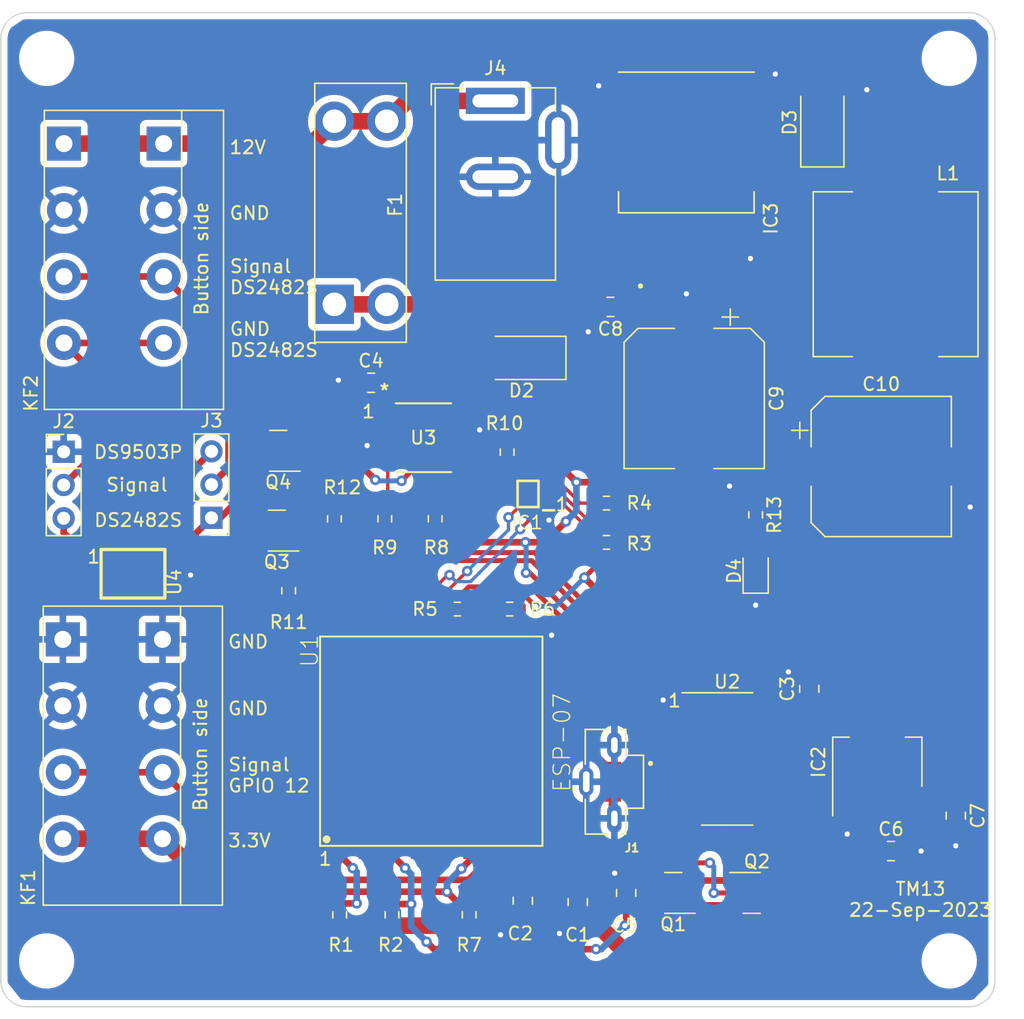
<source format=kicad_pcb>
(kicad_pcb (version 20211014) (generator pcbnew)
  (layers (0 "F.Cu" signal) (31 "B.Cu" signal) (34 "B.Paste" user) (35 "F.Paste" user) (36 "B.SilkS" user "B.Silkscreen") (37 "F.SilkS" user "F.Silkscreen") (38 "B.Mask" user) (39 "F.Mask" user) (44 "Edge.Cuts" user))
  (net 0 "")
  (net 1 "+5V")
  (net 2 "GND")
  (net 3 "+3.3V")
  (net 4 "+12V")
  (net 5 "EN")
  (net 6 "Net-(D2-Pad2)")
  (net 7 "Net-(D3-Pad1)")
  (net 8 "SCL")
  (net 9 "SDA")
  (net 10 "Net-(IC1-Pad5)")
  (net 11 "Net-(IC1-Pad6)")
  (net 12 "Net-(IC1-Pad7)")
  (net 14 "Net-(J1-Pad2)")
  (net 15 "Net-(J1-Pad3)")
  (net 17 "Net-(D4-Pad2)")
  (net 18 "Net-(Q1-Pad1)")
  (net 19 "Net-(Q1-Pad2)")
  (net 20 "IO0")
  (net 21 "Net-(Q3-Pad1)")
  (net 22 "Net-(Q3-Pad2)")
  (net 23 "Net-(Q4-Pad1)")
  (net 24 "Net-(F1-Pad2)")
  (net 25 "Net-(J2-Pad2)")
  (net 26 "GPIO13")
  (net 30 "Net-(J2-Pad3)")
  (net 31 "Net-(R1-Pad1)")
  (net 33 "Net-(R6-Pad2)")
  (net 36 "Net-(J3-Pad1)")
  (net 37 "Net-(J3-Pad2)")
  (net 38 "RX_ESP")
  (net 39 "TX_ESP")
  (net 47 "Net-(Q3-Pad3)")
  (net 48 "Net-(J3-Pad3)")
  (net 49 "Net-(R7-Pad2)")
  (footprint "MyFootprints:MOLEX_105133-0011" (layer "F.Cu") (at 66.9 78.8 -90)
    (fp_text reference "J1")
    (fp_text value "~")
  )
  (footprint "Package_TO_SOT_SMD:SOT-23" (layer "F.Cu") (at 41.1 59.6 180)
    (fp_text reference "Q3")
    (fp_text value "BC847")
  )
  (footprint "Package_TO_SOT_SMD:SOT-223" (layer "F.Cu") (at 87 77.3 90)
    (fp_text reference "IC2")
    (fp_text value "AZ1117")
  )
  (footprint "Resistor_SMD:R_0603_1608Metric" (layer "F.Cu") (at 77.7 58.4 -90)
    (fp_text reference "R13")
    (fp_text value "1K")
  )
  (footprint "Resistor_SMD:R_0603_1608Metric" (layer "F.Cu") (at 42 64.2 90)
    (fp_text reference "R11")
    (fp_text value "1K")
  )
  (footprint "MyFootprints:PCA9306DCUR" (layer "F.Cu") (at 60.3 56.8 180)
    (fp_text reference "IC1")
    (fp_text value "PCA9306DCUR" hide)
  )
  (footprint "Resistor_SMD:R_0603_1608Metric" (layer "F.Cu") (at 53.2 58.7 90)
    (fp_text reference "R8")
    (fp_text value "200K")
  )
  (footprint "Connector_PinHeader_2.54mm:PinHeader_1x03_P2.54mm_Vertical" (layer "F.Cu") (at 24.8 53.575)
    (fp_text reference "J2")
    (fp_text value "Conn_01x03_Male")
  )
  (footprint "MountingHole:MountingHole_3.2mm_M3" (layer "F.Cu") (at 23.5 92.5)
    (fp_text reference "")
    (fp_text value "")
  )
  (footprint "Capacitor_SMD:C_0805_2012Metric" (layer "F.Cu") (at 64.1 88 -90)
    (fp_text reference "C1")
    (fp_text value "10uF")
  )
  (footprint "MyFootprints:KF142V-5.08-4P" (layer "F.Cu") (at 23.32119 50.335 90)
    (fp_text reference "KF2")
    (fp_text value "KF142V-5.0-4P")
  )
  (footprint "Capacitor_SMD:CP_Elec_10x10.5" (layer "F.Cu") (at 73 49.5 -90)
    (fp_text reference "C9")
    (fp_text value "470uF")
  )
  (footprint "MountingHole:MountingHole_3.2mm_M3" (layer "F.Cu") (at 92.5 23.5)
    (fp_text reference "")
    (fp_text value "")
  )
  (footprint "Resistor_SMD:R_0603_1608Metric" (layer "F.Cu") (at 45.5 58.7 90)
    (fp_text reference "R12")
    (fp_text value "2.2K")
  )
  (footprint "Resistor_SMD:R_0603_1608Metric" (layer "F.Cu") (at 66.3 57.5 180)
    (fp_text reference "R4")
    (fp_text value "217")
  )
  (footprint "Package_TO_SOT_SMD:SOT-23" (layer "F.Cu") (at 41.2 53.5 180)
    (fp_text reference "Q4")
    (fp_text value "BSS841")
  )
  (footprint "DS9503P:TSO6C" (layer "F.Cu") (at 30.1 62.9 -90)
    (fp_text reference "U4")
    (fp_text value "DS9503P")
  )
  (footprint "LED_SMD:LED_0805_2012Metric" (layer "F.Cu") (at 77.7 62.7 90)
    (fp_text reference "D4")
    (fp_text value "LED")
  )
  (footprint "Resistor_SMD:R_0603_1608Metric" (layer "F.Cu") (at 66.3 60.5 180)
    (fp_text reference "R3")
    (fp_text value "217")
  )
  (footprint "Resistor_SMD:R_0603_1608Metric" (layer "F.Cu") (at 58.7 53.6 -90)
    (fp_text reference "R10")
    (fp_text value "341")
  )
  (footprint "Package_TO_SOT_SMD:SOT-23" (layer "F.Cu") (at 77.4 87.3)
    (fp_text reference "Q2")
    (fp_text value "BSS138")
  )
  (footprint "Capacitor_SMD:C_0805_2012Metric" (layer "F.Cu") (at 81.8 71.7 90)
    (fp_text reference "C3")
    (fp_text value "0.1uF")
  )
  (footprint "Capacitor_SMD:CP_Elec_10x10.5" (layer "F.Cu") (at 87.3 54.7)
    (fp_text reference "C10")
    (fp_text value "330uF")
  )
  (footprint "Package_SO:SOIC-16_3.9x9.9mm_P1.27mm" (layer "F.Cu") (at 75.525 77.055)
    (fp_text reference "U2")
    (fp_text value "CH340C")
  )
  (footprint "MountingHole:MountingHole_3.2mm_M3" (layer "F.Cu") (at 92.5 92.5)
    (fp_text reference "")
    (fp_text value "")
  )
  (footprint "Connector_PinHeader_2.54mm:PinHeader_1x03_P2.54mm_Vertical" (layer "F.Cu") (at 36.1 58.625 180)
    (fp_text reference "J3")
    (fp_text value "Conn_01x03_Male")
  )
  (footprint "MyFootprints:KF142V-5.08-4P" (layer "F.Cu") (at 23.235476 88.235 90)
    (fp_text reference "KF1")
    (fp_text value "KF142V-5.0-4P")
  )
  (footprint "Resistor_SMD:R_0603_1608Metric" (layer "F.Cu") (at 55.8 88.975 90)
    (fp_text reference "R7")
    (fp_text value "2.2K")
  )
  (footprint "Capacitor_SMD:C_0805_2012Metric" (layer "F.Cu") (at 88.05 84.1)
    (fp_text reference "C6")
    (fp_text value "22uF")
  )
  (footprint "Resistor_SMD:R_0603_1608Metric" (layer "F.Cu") (at 58.9 65.6 180)
    (fp_text reference "R6")
    (fp_text value "10K")
  )
  (footprint "MyFootprints:BarrelJack_Wuerth_6941xx301002" (layer "F.Cu") (at 57.8 26.75)
    (fp_text reference "J4")
    (fp_text value "Barrel_Jack_Switch")
  )
  (footprint "MyFootprints:Fuse_Holder_C2935469" (layer "F.Cu") (at 43.995 45.205 90)
    (fp_text reference "F1")
    (fp_text value "C2935469")
  )
  (footprint "Capacitor_SMD:C_0805_2012Metric" (layer "F.Cu") (at 93 81.4 -90)
    (fp_text reference "C7")
    (fp_text value "10uF")
  )
  (footprint "MyFootprints:TMPA1265SP-101MN-D" (layer "F.Cu") (at 88.4 40 -90)
    (fp_text reference "L1")
    (fp_text value "SMDRI127-330MT")
  )
  (footprint "Capacitor_SMD:C_0805_2012Metric" (layer "F.Cu") (at 59.9 87.9 -90)
    (fp_text reference "C2")
    (fp_text value "0.1uF")
  )
  (footprint "MyFootprints:ESP-07S" (layer "F.Cu") (at 52.9 75.7 90)
    (fp_text reference "U1")
    (fp_text value "ESP-07")
  )
  (footprint "MyFootprints:SMA(DO-214AC)" (layer "F.Cu") (at 82.8 28.4 90)
    (fp_text reference "D3")
    (fp_text value "SS36")
  )
  (footprint "Capacitor_SMD:C_0805_2012Metric" (layer "F.Cu") (at 48.3 48.3)
    (fp_text reference "C4")
    (fp_text value "0.1uF")
  )
  (footprint "MyFootprints:21-0041B_8_MXM" (layer "F.Cu") (at 52.3 52.5)
    (fp_text reference "U3")
    (fp_text value "DS2482S-100+T&R")
  )
  (footprint "Package_TO_SOT_SMD:SOT-23" (layer "F.Cu") (at 71.4 87.3 180)
    (fp_text reference "Q1")
    (fp_text value "BSS138")
  )
  (footprint "Resistor_SMD:R_0603_1608Metric" (layer "F.Cu") (at 54.9 65.6 180)
    (fp_text reference "R5")
    (fp_text value "10K")
  )
  (footprint "Resistor_SMD:R_0603_1608Metric" (layer "F.Cu") (at 49.35 58.7 90)
    (fp_text reference "R9")
    (fp_text value "341")
  )
  (footprint "MyFootprints:TO263-5L" (layer "F.Cu") (at 72.4 32.6 90)
    (fp_text reference "IC3")
    (fp_text value "XL2596")
  )
  (footprint "Resistor_SMD:R_0603_1608Metric" (layer "F.Cu") (at 45.9 88.975 -90)
    (fp_text reference "R1")
    (fp_text value "10K")
  )
  (footprint "Resistor_SMD:R_0603_1608Metric" (layer "F.Cu") (at 49.9 88.975 -90)
    (fp_text reference "R2")
    (fp_text value "10K")
  )
  (footprint "Diode_SMD:D_SMA" (layer "F.Cu") (at 59.8 46.4 180)
    (fp_text reference "D2")
    (fp_text value "1N4007")
  )
  (footprint "MountingHole:MountingHole_3.2mm_M3" (layer "F.Cu") (at 23.5 23.5)
    (fp_text reference "")
    (fp_text value "")
  )
  (footprint "Capacitor_SMD:C_0805_2012Metric" (layer "F.Cu") (at 66.6 42.5 180)
    (fp_text reference "C8")
    (fp_text value "1uF")
  )
  (footprint "Capacitor_SMD:C_0805_2012Metric" (layer "F.Cu") (at 67.8 87.3 90)
    (fp_text reference "C5")
    (fp_text value "1uF")
  )
  (gr_arc (start 94 20) (mid 95.414214 20.585786) (end 96 22) (layer "Edge.Cuts") (width 0.1))
  (gr_line (start 22 96) (end 94 96) (layer "Edge.Cuts") (width 0.1))
  (gr_line (start 22 20) (end 94 20) (layer "Edge.Cuts") (width 0.1))
  (gr_line (start 96 22) (end 96 94) (layer "Edge.Cuts") (width 0.1))
  (gr_arc (start 22 96) (mid 20.585786 95.414214) (end 20 94) (layer "Edge.Cuts") (width 0.1))
  (gr_line (start 20 22) (end 20 94) (layer "Edge.Cuts") (width 0.1))
  (gr_arc (start 96 94) (mid 95.414214 95.414214) (end 94 96) (layer "Edge.Cuts") (width 0.1))
  (gr_arc (start 20 22) (mid 20.585786 20.585786) (end 22 20) (layer "Edge.Cuts") (width 0.1))
  (gr_text "1" (at 71.5 72.6) (layer "F.SilkS") (effects (font (size 1 1))))
  (gr_text "12V" (at 38.87619 30.3) (layer "F.SilkS") (effects (font (size 1 1))))
  (gr_text "Signal" (at 30.4 56.1) (layer "F.SilkS") (effects (font (size 1 1))))
  (gr_text "1" (at 62.9 57.6) (layer "F.SilkS") (effects (font (size 1 1))))
  (gr_text "TM13\n22-Sep-2023" (at 90.3 87.8) (layer "F.SilkS") (effects (font (size 1 1))))
  (gr_text "1" (at 48.1 50.5) (layer "F.SilkS") (effects (font (size 1 1))))
  (gr_text "GND\nDS2482S" (at 37.420238 45) (layer "F.SilkS") (effects (font (size 1 1)) (justify left)))
  (gr_text "Signal \nGPIO 12\n" (at 37.305953 78.3) (layer "F.SilkS") (effects (font (size 1 1)) (justify left)))
  (gr_text "3.3V" (at 39 83.3) (layer "F.SilkS") (effects (font (size 1 1))))
  (gr_text "GND" (at 39.019047 35.333333) (layer "F.SilkS") (effects (font (size 1 1))))
  (gr_text "1" (at 44.8 84.7) (layer "F.SilkS") (effects (font (size 1 1))))
  (gr_text "DS9503P" (at 30.5 53.6) (layer "F.SilkS") (effects (font (size 1 1))))
  (gr_text "DS2482S" (at 30.5 58.8) (layer "F.SilkS") (effects (font (size 1 1))))
  (gr_text "1" (at 27.1 61.6) (layer "F.SilkS") (effects (font (size 1 1))))
  (gr_text "GND" (at 38.904762 73.2) (layer "F.SilkS") (effects (font (size 1 1))))
  (gr_text "Signal\nDS2482S" (at 37.420238 40.2) (layer "F.SilkS") (effects (font (size 1 1)) (justify left)))
  (gr_text "GND" (at 38.904762 68.1) (layer "F.SilkS") (effects (font (size 1 1))))
  (segment (start 70.6 57.6) (end 80.2 57.6) (width 0.508) (layer "F.Cu") (net 1))
  (segment (start 93 71.4) (end 93 80.45) (width 1.27) (layer "F.Cu") (net 1))
  (segment (start 47.15 59.525) (end 45.5 57.875) (width 0.508) (layer "F.Cu") (net 1))
  (segment (start 61.607662 60.492338) (end 60.092338 60.492338) (width 0.508) (layer "F.Cu") (net 1))
  (segment (start 74.1 40.83) (end 83.1 49.83) (width 1.27) (layer "F.Cu") (net 1))
  (segment (start 56.8 48.9) (end 49.85 48.9) (width 0.508) (layer "F.Cu") (net 1))
  (segment (start 64 75.2) (end 66.3 77.5) (width 0.381) (layer "F.Cu") (net 1))
  (segment (start 68.9 55.9) (end 70.6 57.6) (width 0.508) (layer "F.Cu") (net 1))
  (segment (start 60.147013 62.824215) (end 60.424215 62.824215) (width 0.381) (layer "F.Cu") (net 1))
  (segment (start 88.4 49.4) (end 83.1 54.7) (width 1.27) (layer "F.Cu") (net 1))
  (segment (start 49.85 48.9) (end 49.25 48.3) (width 0.508) (layer "F.Cu") (net 1))
  (segment (start 49.35 59.525) (end 47.15 59.525) (width 0.508) (layer "F.Cu") (net 1))
  (segment (start 49.25 48.3) (end 49.25 50.26915) (width 0.508) (layer "F.Cu") (net 1))
  (segment (start 60.092338 60.492338) (end 54.167338 60.492338) (width 0.508) (layer "F.Cu") (net 1))
  (segment (start 74.1 38.73) (end 74.1 40.83) (width 1.27) (layer "F.Cu") (net 1))
  (segment (start 60.875 52.775) (end 64 55.9) (width 0.508) (layer "F.Cu") (net 1))
  (segment (start 54.167338 60.492338) (end 53.2 59.525) (width 0.508) (layer "F.Cu") (net 1))
  (segment (start 88.4 44.95) (end 88.4 49.4) (width 1.27) (layer "F.Cu") (net 1))
  (segment (start 93 80.45) (end 89.3 80.45) (width 1.27) (layer "F.Cu") (net 1))
  (segment (start 60.424215 62.824215) (end 64 66.4) (width 0.381) (layer "F.Cu") (net 1))
  (segment (start 83.1 49.83) (end 83.1 54.7) (width 1.27) (layer "F.Cu") (net 1))
  (segment (start 58.7 52.775) (end 60.875 52.775) (width 0.508) (layer "F.Cu") (net 1))
  (segment (start 53.2 59.525) (end 49.35 59.525) (width 0.508) (layer "F.Cu") (net 1))
  (segment (start 58.7 52.775) (end 58.7 50.8) (width 0.508) (layer "F.Cu") (net 1))
  (segment (start 64 55.9) (end 68.9 55.9) (width 0.508) (layer "F.Cu") (net 1))
  (segment (start 83.1 54.7) (end 83.1 61.5) (width 1.27) (layer "F.Cu") (net 1))
  (segment (start 63.2 58.9) (end 61.607662 60.492338) (width 0.508) (layer "F.Cu") (net 1))
  (segment (start 66.3 77.5) (end 66.65 77.5) (width 0.381) (layer "F.Cu") (net 1))
  (segment (start 49.25 50.26915) (end 49.57585 50.595) (width 0.508) (layer "F.Cu") (net 1))
  (segment (start 64 66.4) (end 64 75.2) (width 0.381) (layer "F.Cu") (net 1))
  (segment (start 83.1 61.5) (end 93 71.4) (width 1.27) (layer "F.Cu") (net 1))
  (segment (start 58.7 50.8) (end 56.8 48.9) (width 0.508) (layer "F.Cu") (net 1))
  (segment (start 80.2 57.6) (end 83.1 54.7) (width 0.508) (layer "F.Cu") (net 1))
  (via (at 60.092338 60.492338) (size 0.8) (drill 0.4) (layers "F.Cu" "B.Cu") (net 1))
  (via (at 63.2 58.9) (size 0.8) (drill 0.4) (layers "F.Cu" "B.Cu") (net 1))
  (via (at 60.147013 62.824215) (size 0.8) (drill 0.4) (layers "F.Cu" "B.Cu") (net 1))
  (via (at 64 55.9) (size 0.8) (drill 0.4) (layers "F.Cu" "B.Cu") (net 1))
  (segment (start 64 55.9) (end 64 58.1) (width 0.508) (layer "B.Cu") (net 1))
  (segment (start 60.147011 60.547011) (end 60.092338 60.492338) (width 0.381) (layer "B.Cu") (net 1))
  (segment (start 64 58.1) (end 63.2 58.9) (width 0.508) (layer "B.Cu") (net 1))
  (segment (start 60.147011 62.824215) (end 60.147011 60.547011) (width 0.381) (layer "B.Cu") (net 1))
  (segment (start 67.24 85.79) (end 66.92192 85.79) (width 0.508) (layer "F.Cu") (net 2))
  (segment (start 77.7 63.6375) (end 77.7 65.3) (width 0.508) (layer "F.Cu") (net 2))
  (segment (start 91.5 54.7) (end 91.5 55.2) (width 1.27) (layer "F.Cu") (net 2))
  (segment (start 59.85 67.6) (end 62.1 67.6) (width 0.381) (layer "F.Cu") (net 2))
  (segment (start 66.65 81.35) (end 66.9 81.6) (width 0.381) (layer "F.Cu") (net 2))
  (segment (start 61.875 58.775) (end 61.9 58.8) (width 0.254) (layer "F.Cu") (net 2))
  (segment (start 58.25 90.5) (end 59.9 88.85) (width 1.27) (layer "F.Cu") (net 2))
  (segment (start 82.8 26.4) (end 85.7 26.4) (width 1.27) (layer "F.Cu") (net 2))
  (segment (start 62.7 90.4) (end 62.7 90.35) (width 1.27) (layer "F.Cu") (net 2))
  (segment (start 59.9 68) (end 59.9 65.775) (width 0.381) (layer "F.Cu") (net 2))
  (segment (start 76.8 24.7) (end 72.4 29.1) (width 1.27) (layer "F.Cu") (net 2))
  (segment (start 56.565 51.865) (end 56.6 51.9) (width 0.254) (layer "F.Cu") (net 2))
  (segment (start 65.65 43.65) (end 64.9 44.4) (width 1.27) (layer "F.Cu") (net 2))
  (segment (start 85.7 26.4) (end 86.2 25.9) (width 1.27) (layer "F.Cu") (net 2))
  (segment (start 67.8 86.35) (end 67.24 85.79) (width 0.508) (layer "F.Cu") (net 2))
  (segment (start 91.5 55.2) (end 94.1 57.8) (width 1.27) (layer "F.Cu") (net 2))
  (segment (start 65.7 25.6) (end 68.9 25.6) (width 1.27) (layer "F.Cu") (net 2))
  (segment (start 77.23 38.73) (end 77.3 38.8) (width 1.27) (layer "F.Cu") (net 2))
  (segment (start 70.68 72.61) (end 70.625 72.555) (width 0.381) (layer "F.Cu") (net 2))
  (segment (start 80.55 70.75) (end 80.2 70.4) (width 0.381) (layer "F.Cu") (net 2))
  (segment (start 49.57585 53.135) (end 48.035 53.135) (width 0.254) (layer "F.Cu") (net 2))
  (segment (start 34.5 63) (end 31.8002 63) (width 0.508) (layer "F.Cu") (net 2))
  (segment (start 46 48.3) (end 45.8 48.1) (width 0.508) (layer "F.Cu") (net 2))
  (segment (start 59.83 67.62) (end 59.85 67.6) (width 0.381) (layer "F.Cu") (net 2))
  (segment (start 59.9 65.775) (end 59.725 65.6) (width 0.381) (layer "F.Cu") (net 2))
  (segment (start 65.65 42.5) (end 65.65 43.65) (width 1.27) (layer "F.Cu") (net 2))
  (segment (start 75.8 38.73) (end 77.23 38.73) (width 1.27) (layer "F.Cu") (net 2))
  (segment (start 79.2 24.7) (end 76.8 24.7) (width 1.27) (layer "F.Cu") (net 2))
  (segment (start 31.8002 63) (end 31.7002 62.9) (width 0.508) (layer "F.Cu") (net 2))
  (segment (start 81.8 70.75) (end 80.55 70.75) (width 0.381) (layer "F.Cu") (net 2))
  (segment (start 55.02415 51.865) (end 56.565 51.865) (width 0.254) (layer "F.Cu") (net 2))
  (segment (start 55.02415 50.595) (end 55.02415 51.865) (width 0.254) (layer "F.Cu") (net 2))
  (segment (start 62.7 90.35) (end 64.1 88.95) (width 1.27) (layer "F.Cu") (net 2))
  (segment (start 59.9 65.875) (end 59.725 65.7) (width 0.381) (layer "F.Cu") (net 2))
  (segment (start 89 84.1) (end 90.35 84.1) (width 0.381) (layer "F.Cu") (net 2))
  (segment (start 58.2 90.5) (end 58.25 90.5) (width 1.27) (layer "F.Cu") (net 2))
  (segment (start 73.05 72.61) (end 70.68 72.61) (width 0.381) (layer "F.Cu") (net 2))
  (segment (start 72.4 38.73) (end 72.4 41.5) (width 1.27) (layer "F.Cu") (net 2))
  (segment (start 47.35 48.3) (end 46 48.3) (width 0.508) (layer "F.Cu") (net 2))
  (segment (start 48.035 53.135) (end 48 53.1) (width 0.254) (layer "F.Cu") (net 2))
  (segment (start 73 53.7) (end 73.2 53.7) (width 1.27) (layer "F.Cu") (net 2))
  (segment (start 66.65 80.1) (end 66.65 81.35) (width 0.381) (layer "F.Cu") (net 2))
  (segment (start 93 82.35) (end 93 83.7) (width 1.27) (layer "F.Cu") (net 2))
  (segment (start 84.7 82.8) (end 84.7 80.45) (width 1.27) (layer "F.Cu") (net 2))
  (segment (start 61.875 57.55) (end 61.875 58.775) (width 0.254) (layer "F.Cu") (net 2))
  (segment (start 68.9 25.6) (end 72.4 29.1) (width 1.27) (layer "F.Cu") (net 2))
  (segment (start 73.2 53.7) (end 75.7 56.2) (width 1.27) (layer "F.Cu") (net 2))
  (via (at 62.1 67.6) (size 0.8) (drill 0.4) (layers "F.Cu" "B.Cu") (net 2))
  (via (at 94.1 57.8) (size 0.8) (drill 0.4) (layers "F.Cu" "B.Cu") (net 2))
  (via (at 75.7 56.2) (size 0.8) (drill 0.4) (layers "F.Cu" "B.Cu") (net 2))
  (via (at 48 53.1) (size 0.8) (drill 0.4) (layers "F.Cu" "B.Cu") (net 2))
  (via (at 65.7 25.6) (size 0.8) (drill 0.4) (layers "F.Cu" "B.Cu") (net 2))
  (via (at 72.4 41.5) (size 0.8) (drill 0.4) (layers "F.Cu" "B.Cu") (net 2))
  (via (at 77.3 38.8) (size 0.8) (drill 0.4) (layers "F.Cu" "B.Cu") (net 2))
  (via (at 61.9 58.8) (size 0.8) (drill 0.4) (layers "F.Cu" "B.Cu") (net 2))
  (via (at 34.5 63) (size 0.8) (drill 0.4) (layers "F.Cu" "B.Cu") (net 2))
  (via (at 86.2 25.9) (size 0.8) (drill 0.4) (layers "F.Cu" "B.Cu") (net 2))
  (via (at 80.2 70.4) (size 0.8) (drill 0.4) (layers "F.Cu" "B.Cu") (net 2))
  (via (at 70.625 72.555) (size 0.8) (drill 0.4) (layers "F.Cu" "B.Cu") (net 2))
  (via (at 93 83.7) (size 0.8) (drill 0.4) (layers "F.Cu" "B.Cu") (net 2))
  (via (at 64.9 44.4) (size 0.8) (drill 0.4) (layers "F.Cu" "B.Cu") (net 2))
  (via (at 79.2 24.7) (size 0.8) (drill 0.4) (layers "F.Cu" "B.Cu") (net 2))
  (via (at 45.8 48.1) (size 0.8) (drill 0.4) (layers "F.Cu" "B.Cu") (net 2))
  (via (at 77.7 65.3) (size 0.8) (drill 0.4) (layers "F.Cu" "B.Cu") (net 2))
  (via (at 58.2 90.5) (size 0.8) (drill 0.4) (layers "F.Cu" "B.Cu") (net 2))
  (via (at 56.6 51.9) (size 0.8) (drill 0.4) (layers "F.Cu" "B.Cu") (net 2))
  (via (at 90.35 84.1) (size 0.8) (drill 0.4) (layers "F.Cu" "B.Cu") (net 2))
  (via (at 62.7 90.4) (size 0.8) (drill 0.4) (layers "F.Cu" "B.Cu") (net 2))
  (via (at 66.92192 85.79) (size 0.8) (drill 0.4) (layers "F.Cu" "B.Cu") (net 2))
  (via (at 84.7 82.8) (size 0.8) (drill 0.4) (layers "F.Cu" "B.Cu") (net 2))
  (segment (start 65.66 88.250578) (end 65.66 89.76) (width 1.27) (layer "F.Cu") (net 3))
  (segment (start 67.125 60.5) (end 67.125 60.675) (width 0.381) (layer "F.Cu") (net 3))
  (segment (start 87.1 87.3) (end 82.9 91.5) (width 1.27) (layer "F.Cu") (net 3))
  (segment (start 87.1 84.1) (end 87.1 80.55) (width 1.27) (layer "F.Cu") (net 3))
  (segment (start 59.9 86.95) (end 59.9 83.4) (width 1.27) (layer "F.Cu") (net 3))
  (segment (start 56.088711 89.8) (end 55.8 89.8) (width 1.27) (layer "F.Cu") (net 3))
  (segment (start 67.125 60.675) (end 65.4 62.4) (width 0.381) (layer "F.Cu") (net 3))
  (segment (start 87.1 84.1) (end 87.1 87.3) (width 1.27) (layer "F.Cu") (net 3))
  (segment (start 75.99 70.6) (end 78 72.61) (width 0.508) (layer "F.Cu") (net 3))
  (segment (start 64.6 61.6) (end 65.4 62.4) (width 0.254) (layer "F.Cu") (net 3))
  (segment (start 65.4 62.4) (end 64.608615 63.191385) (width 0.381) (layer "F.Cu") (net 3))
  (segment (start 78.04 72.65) (end 78 72.61) (width 1.27) (layer "F.Cu") (net 3))
  (segment (start 61.875 57.05) (end 62.477427 57.05) (width 0.254) (layer "F.Cu") (net 3))
  (segment (start 72.01723 70.6) (end 75.99 70.6) (width 0.508) (layer "F.Cu") (net 3))
  (segment (start 67.125 60.5) (end 67.125 57.5) (width 0.381) (layer "F.Cu") (net 3))
  (segment (start 87.1 80.55) (end 87 80.45) (width 1.27) (layer "F.Cu") (net 3))
  (segment (start 60 87.05) (end 59.9 86.95) (width 1.27) (layer "F.Cu") (net 3))
  (segment (start 49.9 89.8) (end 45.9 89.8) (width 1.27) (layer "F.Cu") (net 3))
  (segment (start 56.520952 65.6) (end 57.5315 64.589452) (width 0.381) (layer "F.Cu") (net 3))
  (segment (start 87.1 84.1) (end 86.7 84.5) (width 1.27) (layer "F.Cu") (net 3))
  (segment (start 55.725 65.6) (end 56.520952 65.6) (width 0.381) (layer "F.Cu") (net 3))
  (segment (start 81.8 83.7) (end 81.8 72.65) (width 1.27) (layer "F.Cu") (net 3))
  (segment (start 73.630815 76.42) (end 77.440815 72.61) (width 0.508) (layer "F.Cu") (net 3))
  (segment (start 67.4 91.5) (end 82.9 91.5) (width 1.27) (layer "F.Cu") (net 3))
  (segment (start 58.938711 86.95) (end 56.088711 89.8) (width 1.27) (layer "F.Cu") (net 3))
  (segment (start 59.9 86.95) (end 58.938711 86.95) (width 1.27) (layer "F.Cu") (net 3))
  (segment (start 64.1 87.05) (end 60 87.05) (width 1.27) (layer "F.Cu") (net 3))
  (segment (start 64.1 87.05) (end 64.459422 87.05) (width 1.27) (layer "F.Cu") (net 3))
  (segment (start 64.608615 63.191385) (end 72.01723 70.6) (width 0.508) (layer "F.Cu") (net 3))
  (segment (start 45.9 89.8) (end 39.000476 89.8) (width 1.27) (layer "F.Cu") (net 3))
  (segment (start 57.5315 64.589452) (end 60.072223 64.589452) (width 0.381) (layer "F.Cu") (net 3))
  (segment (start 77.440815 72.61) (end 78 72.61) (width 0.508) (layer "F.Cu") (net 3))
  (segment (start 39.000476 89.8) (end 32.355476 83.155) (width 1.27) (layer "F.Cu") (net 3))
  (segment (start 82.6 84.5) (end 81.8 83.7) (width 1.27) (layer "F.Cu") (net 3))
  (segment (start 55.8 89.8) (end 49.9 89.8) (width 1.27) (layer "F.Cu") (net 3))
  (segment (start 65.66 89.76) (end 67.4 91.5) (width 1.27) (layer "F.Cu") (net 3))
  (segment (start 64.459422 87.05) (end 65.66 88.250578) (width 1.27) (layer "F.Cu") (net 3))
  (segment (start 86.7 84.5) (end 82.6 84.5) (width 1.27) (layer "F.Cu") (net 3))
  (segment (start 64.6 59.172573) (end 64.6 61.6) (width 0.254) (layer "F.Cu") (net 3))
  (segment (start 81.8 72.65) (end 78.04 72.65) (width 1.27) (layer "F.Cu") (net 3))
  (segment (start 62.477427 57.05) (end 64.6 59.172573) (width 0.254) (layer "F.Cu") (net 3))
  (segment (start 60.072223 64.589452) (end 60.874395 65.391624) (width 0.381) (layer "F.Cu") (net 3))
  (segment (start 73.05 76.42) (end 73.630815 76.42) (width 0.508) (layer "F.Cu") (net 3))
  (segment (start 32.355476 83.155) (end 24.735476 83.155) (width 1.27) (layer "F.Cu") (net 3))
  (via (at 60.874395 65.391624) (size 0.8) (drill 0.4) (layers "F.Cu" "B.Cu") (net 3))
  (via (at 64.608615 63.191385) (size 0.8) (drill 0.4) (layers "F.Cu" "B.Cu") (net 3))
  (segment (start 64.608615 63.191385) (end 62.408376 65.391624) (width 0.381) (layer "B.Cu") (net 3))
  (segment (start 62.408376 65.391624) (end 60.874395 65.391624) (width 0.381) (layer "B.Cu") (net 3))
  (segment (start 61.8 46.4) (end 69.7 46.4) (width 1.27) (layer "F.Cu") (net 4))
  (segment (start 72.1 43) (end 68.05 43) (width 1.27) (layer "F.Cu") (net 4))
  (segment (start 72.7 45) (end 72.7 43.6) (width 1.27) (layer "F.Cu") (net 4))
  (segment (start 73 45.3) (end 70.8 45.3) (width 1.27) (layer "F.Cu") (net 4))
  (segment (start 69.7 46.4) (end 70.8 45.3) (width 1.27) (layer "F.Cu") (net 4))
  (segment (start 67.55 40.18) (end 69 38.73) (width 1.27) (layer "F.Cu") (net 4))
  (segment (start 67.55 42.5) (end 67.55 40.18) (width 1.27) (layer "F.Cu") (net 4))
  (segment (start 72.7 43.6) (end 72.1 43) (width 1.27) (layer "F.Cu") (net 4))
  (segment (start 73 45.3) (end 72.7 45) (width 1.27) (layer "F.Cu") (net 4))
  (segment (start 68.05 43) (end 67.55 42.5) (width 1.27) (layer "F.Cu") (net 4))
  (segment (start 50.9 85.4) (end 49.9 84.4) (width 0.508) (layer "F.Cu") (net 5))
  (segment (start 65.5 91.6) (end 53.106665 91.6) (width 0.508) (layer "F.Cu") (net 5))
  (segment (start 67.8 88.25) (end 67.8 89.7) (width 0.508) (layer "F.Cu") (net 5))
  (segment (start 51.355931 88.15) (end 51.363982 88.141949) (width 0.508) (layer "F.Cu") (net 5))
  (segment (start 49.9 84.4) (end 49.9 83.4) (width 0.508) (layer "F.Cu") (net 5))
  (segment (start 49.9 88.15) (end 51.355931 88.15) (width 0.508) (layer "F.Cu") (net 5))
  (segment (start 68.75 87.3) (end 67.8 88.25) (width 0.508) (layer "F.Cu") (net 5))
  (segment (start 53.106665 91.6) (end 52.541165 91.0345) (width 0.508) (layer "F.Cu") (net 5))
  (segment (start 70.4625 87.3) (end 68.75 87.3) (width 0.508) (layer "F.Cu") (net 5))
  (segment (start 67.8 89.7) (end 67.7 89.8) (width 0.508) (layer "F.Cu") (net 5))
  (via (at 51.363982 88.141949) (size 0.8) (drill 0.4) (layers "F.Cu" "B.Cu") (net 5))
  (via (at 52.541165 91.0345) (size 0.8) (drill 0.4) (layers "F.Cu" "B.Cu") (net 5))
  (via (at 50.9 85.4) (size 0.8) (drill 0.4) (layers "F.Cu" "B.Cu") (net 5))
  (via (at 67.7 89.8) (size 0.8) (drill 0.4) (layers "F.Cu" "B.Cu") (net 5))
  (via (at 65.5 91.6) (size 0.8) (drill 0.4) (layers "F.Cu" "B.Cu") (net 5))
  (segment (start 65.9 91.6) (end 67.7 89.8) (width 0.508) (layer "B.Cu") (net 5))
  (segment (start 65.5 91.6) (end 65.9 91.6) (width 0.508) (layer "B.Cu") (net 5))
  (segment (start 50.9 85.4) (end 51.363982 85.863982) (width 0.508) (layer "B.Cu") (net 5))
  (segment (start 51.363982 88.141949) (end 51.363982 89.857317) (width 0.508) (layer "B.Cu") (net 5))
  (segment (start 51.363982 89.857317) (end 52.541165 91.0345) (width 0.508) (layer "B.Cu") (net 5))
  (segment (start 51.363982 85.863982) (end 51.363982 88.141949) (width 0.508) (layer "B.Cu") (net 5))
  (segment (start 45.495 42.305) (end 49.495 42.305) (width 1.27) (layer "F.Cu") (net 6))
  (segment (start 49.495 42.305) (end 53.705 42.305) (width 1.27) (layer "F.Cu") (net 6))
  (segment (start 53.705 42.305) (end 57.8 46.4) (width 1.27) (layer "F.Cu") (net 6))
  (segment (start 70.7 36.63) (end 71.93 35.4) (width 1.27) (layer "F.Cu") (net 7))
  (segment (start 82.8 30.4) (end 83.75 30.4) (width 1.27) (layer "F.Cu") (net 7))
  (segment (start 71.93 35.4) (end 78.7 35.4) (width 1.27) (layer "F.Cu") (net 7))
  (segment (start 78.7 35.4) (end 82.8 31.3) (width 1.27) (layer "F.Cu") (net 7))
  (segment (start 82.8 31.3) (end 82.8 30.4) (width 1.27) (layer "F.Cu") (net 7))
  (segment (start 83.75 30.4) (end 88.4 35.05) (width 1.27) (layer "F.Cu") (net 7))
  (segment (start 70.7 38.73) (end 70.7 36.63) (width 1.27) (layer "F.Cu") (net 7))
  (segment (start 60.3 58.892064) (end 59.704647 59.487417) (width 0.254) (layer "F.Cu") (net 8))
  (segment (start 54.15 63) (end 54.3 63) (width 0.254) (layer "F.Cu") (net 8))
  (segment (start 49.9 67.25) (end 54.15 63) (width 0.254) (layer "F.Cu") (net 8))
  (segment (start 65.475 59.406226) (end 64.684387 58.615613) (width 0.254) (layer "F.Cu") (net 8))
  (segment (start 65.475 60.5) (end 65.475 59.406226) (width 0.254) (layer "F.Cu") (net 8))
  (segment (start 60.3 57.2) (end 60.3 58.892064) (width 0.254) (layer "F.Cu") (net 8))
  (segment (start 62.618774 56.55) (end 61.875 56.55) (width 0.254) (layer "F.Cu") (net 8))
  (segment (start 60.95 56.55) (end 60.3 57.2) (width 0.254) (layer "F.Cu") (net 8))
  (segment (start 64.684387 58.615613) (end 62.618774 56.55) (width 0.254) (layer "F.Cu") (net 8))
  (segment (start 49.9 68) (end 49.9 67.25) (width 0.254) (layer "F.Cu") (net 8))
  (segment (start 61.875 56.55) (end 60.95 56.55) (width 0.254) (layer "F.Cu") (net 8))
  (via (at 59.704647 59.487417) (size 0.8) (drill 0.4) (layers "F.Cu" "B.Cu") (net 8))
  (via (at 54.3 63) (size 0.8) (drill 0.4) (layers "F.Cu" "B.Cu") (net 8))
  (segment (start 54.8 63.5) (end 55.9 63.5) (width 0.254) (layer "B.Cu") (net 8))
  (segment (start 55.9 63.5) (end 59.020084 60.379916) (width 0.254) (layer "B.Cu") (net 8))
  (segment (start 54.3 63) (end 54.8 63.5) (width 0.254) (layer "B.Cu") (net 8))
  (segment (start 59.020084 60.17198) (end 59.704647 59.487417) (width 0.254) (layer "B.Cu") (net 8))
  (segment (start 59.020084 60.379916) (end 59.020084 60.17198) (width 0.254) (layer "B.Cu") (net 8))
  (segment (start 62.85 56.05) (end 61.875 56.05) (width 0.254) (layer "F.Cu") (net 9))
  (segment (start 59.846499 57.012153) (end 59.846499 57.546753) (width 0.254) (layer "F.Cu") (net 9))
  (segment (start 65.475 57.5) (end 64.3 57.5) (width 0.254) (layer "F.Cu") (net 9))
  (segment (start 60.808652 56.05) (end 61.875 56.05) (width 0.254) (layer "F.Cu") (net 9))
  (segment (start 51.9 68) (end 51.9 66.446) (width 0.254) (layer "F.Cu") (net 9))
  (segment (start 59.846499 57.546753) (end 58.805241 58.588011) (width 0.254) (layer "F.Cu") (net 9))
  (segment (start 60.808652 56.05) (end 59.846499 57.012153) (width 0.254) (layer "F.Cu") (net 9))
  (segment (start 64.3 57.5) (end 62.85 56.05) (width 0.254) (layer "F.Cu") (net 9))
  (segment (start 51.9 66.446) (end 55.645998 62.7) (width 0.254) (layer "F.Cu") (net 9))
  (via (at 55.645998 62.7) (size 0.8) (drill 0.4) (layers "F.Cu" "B.Cu") (net 9))
  (via (at 58.805241 58.588011) (size 0.8) (drill 0.4) (layers "F.Cu" "B.Cu") (net 9))
  (segment (start 58.805241 59.540757) (end 58.805241 58.588011) (width 0.254) (layer "B.Cu") (net 9))
  (segment (start 55.645998 62.7) (end 58.805241 59.540757) (width 0.254) (layer "B.Cu") (net 9))
  (segment (start 58.7 54.425) (end 58.7 56.01) (width 0.381) (layer "F.Cu") (net 10))
  (segment (start 58.68 54.405) (end 58.7 54.425) (width 0.381) (layer "F.Cu") (net 10))
  (segment (start 55.02415 54.405) (end 58.68 54.405) (width 0.381) (layer "F.Cu") (net 10))
  (segment (start 51.625 57.875) (end 49.35 57.875) (width 0.254) (layer "F.Cu") (net 11))
  (segment (start 49.35 57.875) (end 49.57585 57.64915) (width 0.254) (layer "F.Cu") (net 11))
  (segment (start 58.725 56.55) (end 52.95 56.55) (width 0.254) (layer "F.Cu") (net 11))
  (segment (start 49.57585 57.64915) (end 49.57585 54.405) (width 0.254) (layer "F.Cu") (net 11))
  (segment (start 52.95 56.55) (end 51.625 57.875) (width 0.254) (layer "F.Cu") (net 11))
  (segment (start 53.525 57.55) (end 58.725 57.55) (width 0.254) (layer "F.Cu") (net 12))
  (segment (start 53.2 57.875) (end 53.525 57.55) (width 0.254) (layer "F.Cu") (net 12))
  (segment (start 58.725 57.55) (end 58.725 57.05) (width 0.254) (layer "F.Cu") (net 12))
  (segment (start 68.736952 78.96) (end 67.926952 78.15) (width 0.381) (layer "F.Cu") (net 14))
  (segment (start 67.926952 78.15) (end 66.65 78.15) (width 0.381) (layer "F.Cu") (net 14))
  (segment (start 73.05 78.96) (end 68.736952 78.96) (width 0.381) (layer "F.Cu") (net 14))
  (segment (start 74.4155 78.586118) (end 74.4155 82.1645) (width 0.381) (layer "F.Cu") (net 15))
  (segment (start 71.311 82.355) (end 67.756 78.8) (width 0.381) (layer "F.Cu") (net 15))
  (segment (start 73.05 77.69) (end 73.519382 77.69) (width 0.381) (layer "F.Cu") (net 15))
  (segment (start 73.519382 77.69) (end 74.4155 78.586118) (width 0.381) (layer "F.Cu") (net 15))
  (segment (start 74.4155 82.1645) (end 74.225 82.355) (width 0.381) (layer "F.Cu") (net 15))
  (segment (start 74.225 82.355) (end 71.311 82.355) (width 0.381) (layer "F.Cu") (net 15))
  (segment (start 67.756 78.8) (end 66.65 78.8) (width 0.381) (layer "F.Cu") (net 15))
  (segment (start 77.7 59.225) (end 77.7 61.7625) (width 0.508) (layer "F.Cu") (net 17))
  (segment (start 79.62 76.42) (end 80.2 77) (width 0.381) (layer "F.Cu") (net 18))
  (segment (start 78 76.42) (end 79.62 76.42) (width 0.381) (layer "F.Cu") (net 18))
  (segment (start 72.3375 88.25) (end 76.4625 88.25) (width 0.508) (layer "F.Cu") (net 18))
  (segment (start 80.2 87.5) (end 79.45 88.25) (width 0.381) (layer "F.Cu") (net 18))
  (segment (start 76.4625 88.25) (end 79.45 88.25) (width 0.381) (layer "F.Cu") (net 18))
  (segment (start 80.2 77) (end 80.2 87.5) (width 0.381) (layer "F.Cu") (net 18))
  (segment (start 77.530618 75.15) (end 76.4 76.280618) (width 0.381) (layer "F.Cu") (net 19))
  (segment (start 76.4 86.2875) (end 76.4625 86.35) (width 0.381) (layer "F.Cu") (net 19))
  (segment (start 76.4 76.280618) (end 76.4 86.2875) (width 0.381) (layer "F.Cu") (net 19))
  (segment (start 78 75.15) (end 77.530618 75.15) (width 0.381) (layer "F.Cu") (net 19))
  (segment (start 72.3375 86.35) (end 76.4625 86.35) (width 0.508) (layer "F.Cu") (net 19))
  (segment (start 53.9 65.775) (end 54.075 65.6) (width 0.381) (layer "F.Cu") (net 20))
  (segment (start 63 83.3) (end 64.7 85) (width 0.381) (layer "F.Cu") (net 20))
  (segment (start 60.5 63.9) (end 63 66.4) (width 0.381) (layer "F.Cu") (net 20))
  (segment (start 54.075 65.6) (end 55.775 63.9) (width 0.381) (layer "F.Cu") (net 20))
  (segment (start 53.9 68) (end 53.9 65.775) (width 0.381) (layer "F.Cu") (net 20))
  (segment (start 53.9 65.675) (end 54.075 65.5) (width 0.381) (layer "F.Cu") (net 20))
  (segment (start 74.5 87.3) (end 78.3375 87.3) (width 0.381) (layer "F.Cu") (net 20))
  (segment (start 55.775 63.9) (end 60.5 63.9) (width 0.381) (layer "F.Cu") (net 20))
  (segment (start 64.7 85) (end 74.2 85) (width 0.381) (layer "F.Cu") (net 20))
  (segment (start 63 66.4) (end 63 83.3) (width 0.381) (layer "F.Cu") (net 20))
  (via (at 74.5 87.3) (size 0.8) (drill 0.4) (layers "F.Cu" "B.Cu") (net 20))
  (via (at 74.2 85) (size 0.8) (drill 0.4) (layers "F.Cu" "B.Cu") (net 20))
  (segment (start 74.5 85.3) (end 74.2 85) (width 0.381) (layer "B.Cu") (net 20))
  (segment (start 74.5 87.3) (end 74.5 85.3) (width 0.381) (layer "B.Cu") (net 20))
  (segment (start 42.0375 60.55) (end 42.0375 63.3375) (width 0.508) (layer "F.Cu") (net 21))
  (segment (start 42.0375 63.3375) (end 42 63.375) (width 0.508) (layer "F.Cu") (net 21))
  (segment (start 42.0375 58.65) (end 40.2625 56.875) (width 0.508) (layer "F.Cu") (net 22))
  (segment (start 40.2625 56.875) (end 40.2625 53.5) (width 0.508) (layer "F.Cu") (net 22))
  (segment (start 53.288724 53.135) (end 50.626495 55.797229) (width 0.381) (layer "F.Cu") (net 23))
  (segment (start 55.02415 53.135) (end 53.288724 53.135) (width 0.381) (layer "F.Cu") (net 23))
  (segment (start 42.1375 54.45) (end 47.352417 54.45) (width 0.508) (layer "F.Cu") (net 23))
  (segment (start 47.352417 54.45) (end 48.6235 55.721083) (width 0.508) (layer "F.Cu") (net 23))
  (via (at 50.626495 55.797229) (size 0.8) (drill 0.4) (layers "F.Cu" "B.Cu") (net 23))
  (via (at 48.6235 55.721083) (size 0.8) (drill 0.4) (layers "F.Cu" "B.Cu") (net 23))
  (segment (start 48.699646 55.797229) (end 48.6235 55.721083) (width 0.381) (layer "B.Cu") (net 23))
  (segment (start 50.626495 55.797229) (end 48.699646 55.797229) (width 0.381) (layer "B.Cu") (net 23))
  (segment (start 45.495 28.305) (end 49.495 28.305) (width 1.27) (layer "F.Cu") (net 24))
  (segment (start 24.82119 30.015) (end 32.44119 30.015) (width 1.27) (layer "F.Cu") (net 24))
  (segment (start 32.44119 30.015) (end 43.785 30.015) (width 1.27) (layer "F.Cu") (net 24))
  (segment (start 51.05 26.75) (end 49.495 28.305) (width 1.27) (layer "F.Cu") (net 24))
  (segment (start 43.785 30.015) (end 45.495 28.305) (width 1.27) (layer "F.Cu") (net 24))
  (segment (start 57.8 26.75) (end 51.05 26.75) (width 1.27) (layer "F.Cu") (net 24))
  (segment (start 32.44119 45.255) (end 24.82119 45.255) (width 0.508) (layer "F.Cu") (net 25))
  (segment (start 27.1 53.815) (end 27.1 47.53381) (width 0.508) (layer "F.Cu") (net 25))
  (segment (start 24.8 56.115) (end 27.1 53.815) (width 0.508) (layer "F.Cu") (net 25))
  (segment (start 27.1 47.53381) (end 24.82119 45.255) (width 0.508) (layer "F.Cu") (net 25))
  (segment (start 57.9 84.15) (end 55.75 86.3) (width 0.508) (layer "F.Cu") (net 26))
  (segment (start 43.6 86.3) (end 42 84.7) (width 0.508) (layer "F.Cu") (net 26))
  (segment (start 55.75 86.3) (end 43.6 86.3) (width 0.508) (layer "F.Cu") (net 26))
  (segment (start 42 84.7) (end 42 65.025) (width 0.508) (layer "F.Cu") (net 26))
  (segment (start 28.4998 62.9) (end 27.9347 62.9) (width 0.508) (layer "F.Cu") (net 30))
  (segment (start 24.8 59.7653) (end 24.8 58.655) (width 0.508) (layer "F.Cu") (net 30))
  (segment (start 27.9347 62.9) (end 24.8 59.7653) (width 0.508) (layer "F.Cu") (net 30))
  (segment (start 45.9 84.4) (end 45.9 83.4) (width 0.508) (layer "F.Cu") (net 31))
  (segment (start 46.9 85.4) (end 45.9 84.4) (width 0.508) (layer "F.Cu") (net 31))
  (segment (start 45.95 88.1) (end 45.9 88.15) (width 0.508) (layer "F.Cu") (net 31))
  (segment (start 47.2 88.1) (end 45.95 88.1) (width 0.508) (layer "F.Cu") (net 31))
  (via (at 46.9 85.4) (size 0.8) (drill 0.4) (layers "F.Cu" "B.Cu") (net 31))
  (via (at 47.2 88.1) (size 0.8) (drill 0.4) (layers "F.Cu" "B.Cu") (net 31))
  (segment (start 47.2 85.7) (end 46.9 85.4) (width 0.508) (layer "B.Cu") (net 31))
  (segment (start 47.2 88.1) (end 47.2 85.7) (width 0.508) (layer "B.Cu") (net 31))
  (segment (start 57.9 68) (end 57.9 65.775) (width 0.381) (layer "F.Cu") (net 33))
  (segment (start 39.620815 52.55) (end 38.5 53.670815) (width 0.508) (layer "F.Cu") (net 36))
  (segment (start 38.5 53.670815) (end 38.5 56.9) (width 0.508) (layer "F.Cu") (net 36))
  (segment (start 31.7002 61.63) (end 33.095 61.63) (width 0.508) (layer "F.Cu") (net 36))
  (segment (start 36.775 58.625) (end 36.1 58.625) (width 0.508) (layer "F.Cu") (net 36))
  (segment (start 33.095 61.63) (end 36.1 58.625) (width 0.508) (layer "F.Cu") (net 36))
  (segment (start 42.8225 51.865) (end 42.1375 52.55) (width 0.508) (layer "F.Cu") (net 36))
  (segment (start 49.57585 51.865) (end 42.8225 51.865) (width 0.508) (layer "F.Cu") (net 36))
  (segment (start 42.1375 52.55) (end 39.620815 52.55) (width 0.508) (layer "F.Cu") (net 36))
  (segment (start 38.5 56.9) (end 36.775 58.625) (width 0.508) (layer "F.Cu") (net 36))
  (segment (start 37.404 54.781) (end 36.1 56.085) (width 0.508) (layer "F.Cu") (net 37))
  (segment (start 32.44119 40.175) (end 37.404 45.13781) (width 0.508) (layer "F.Cu") (net 37))
  (segment (start 32.44119 40.175) (end 24.82119 40.175) (width 0.508) (layer "F.Cu") (net 37))
  (segment (start 37.404 45.13781) (end 37.404 54.781) (width 0.508) (layer "F.Cu") (net 37))
  (segment (start 70.3 73.9) (end 73.03 73.9) (width 0.381) (layer "F.Cu") (net 38))
  (segment (start 47.9 68) (end 47.9 67.25) (width 0.381) (layer "F.Cu") (net 38))
  (segment (start 59.479048 61.9) (end 60.579048 61.9) (width 0.381) (layer "F.Cu") (net 38))
  (segment (start 59.472225 61.893177) (end 59.479048 61.9) (width 0.381) (layer "F.Cu") (net 38))
  (segment (start 53.256823 61.893177) (end 59.472225 61.893177) (width 0.381) (layer "F.Cu") (net 38))
  (segment (start 47.9 67.25) (end 53.256823 61.893177) (width 0.381) (layer "F.Cu") (net 38))
  (segment (start 64.7 68.3) (end 70.3 73.9) (width 0.381) (layer "F.Cu") (net 38))
  (segment (start 64.7 66.020952) (end 64.7 68.3) (width 0.381) (layer "F.Cu") (net 38))
  (segment (start 60.579048 61.9) (end 64.7 66.020952) (width 0.381) (layer "F.Cu") (net 38))
  (segment (start 73.03 73.9) (end 73.05 73.88) (width 0.381) (layer "F.Cu") (net 38))
  (segment (start 60.782338 61.282338) (end 70.9 71.4) (width 0.381) (layer "F.Cu") (net 39))
  (segment (start 73.9 71.4) (end 74.8 72.3) (width 0.381) (layer "F.Cu") (net 39))
  (segment (start 51.867662 61.282338) (end 60.782338 61.282338) (width 0.381) (layer "F.Cu") (net 39))
  (segment (start 45.9 67.25) (end 51.867662 61.282338) (width 0.381) (layer "F.Cu") (net 39))
  (segment (start 74.8 72.3) (end 74.8 74.3) (width 0.381) (layer "F.Cu") (net 39))
  (segment (start 45.9 68) (end 45.9 67.25) (width 0.381) (layer "F.Cu") (net 39))
  (segment (start 45.83 67.02) (end 45.83 67.62) (width 0.381) (layer "F.Cu") (net 39))
  (segment (start 70.9 71.4) (end 73.9 71.4) (width 0.381) (layer "F.Cu") (net 39))
  (segment (start 74.8 74.3) (end 73.95 75.15) (width 0.381) (layer "F.Cu") (net 39))
  (segment (start 73.95 75.15) (end 73.05 75.15) (width 0.381) (layer "F.Cu") (net 39))
  (segment (start 40.2375 59.525) (end 40.1625 59.6) (width 0.508) (layer "F.Cu") (net 47))
  (segment (start 45.5 59.525) (end 40.2375 59.525) (width 0.508) (layer "F.Cu") (net 47))
  (segment (start 36.1 53.545) (end 28.4998 61.1452) (width 0.508) (layer "F.Cu") (net 48))
  (segment (start 28.4998 61.1452) (end 28.4998 61.63) (width 0.508) (layer "F.Cu") (net 48))
  (segment (start 41.487476 87.207) (end 54.1 87.207) (width 0.508) (layer "F.Cu") (net 49))
  (segment (start 55.9 83.4) (end 55.9 84.752788) (width 0.508) (layer "F.Cu") (net 49))
  (segment (start 32.355476 78.075) (end 41.487476 87.207) (width 0.508) (layer "F.Cu") (net 49))
  (segment (start 55.043 88.15) (end 55.8 88.15) (width 0.508) (layer "F.Cu") (net 49))
  (segment (start 32.355476 78.075) (end 24.735476 78.075) (width 0.508) (layer "F.Cu") (net 49))
  (segment (start 54.1 87.207) (end 55.043 88.15) (width 0.508) (layer "F.Cu") (net 49))
  (segment (start 55.9 84.752788) (end 55.206288 85.4465) (width 0.508) (layer "F.Cu") (net 49))
  (via (at 54.100001 87.207) (size 0.8) (drill 0.4) (layers "F.Cu" "B.Cu") (net 49))
  (via (at 55.206288 85.4465) (size 0.8) (drill 0.4) (layers "F.Cu" "B.Cu") (net 49))
  (segment (start 54.1 86.552788) (end 55.206288 85.4465) (width 0.508) (layer "B.Cu") (net 49))
  (segment (start 54.1 87.207) (end 54.1 86.552788) (width 0.508) (layer "B.Cu") (net 49))
  (zone (net 2) (net_name "GND") (layer "B.Cu") (connect_pads (clearance 0.508)) (min_thickness 0.254) (fill yes (thermal_gap 0.508) (thermal_bridge_width 0.508))
    (polygon (pts (xy 94.4 20.5) (xy 95.7 21.7) (xy 95.7 94.1) (xy 94.2 95.6) (xy 21.9 95.9) (xy 20.3 93.9) (xy 20.4 21.4) (xy 21.9 20.4)))
  )
)
</source>
